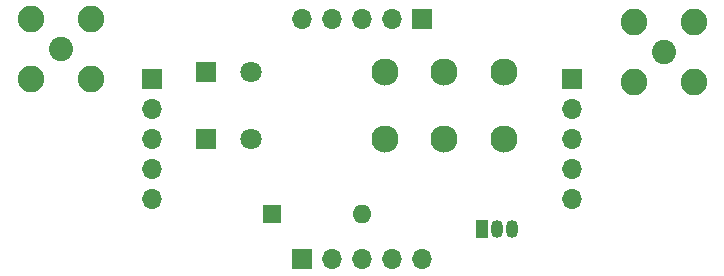
<source format=gbr>
%TF.GenerationSoftware,KiCad,Pcbnew,9.0.6*%
%TF.CreationDate,2026-01-07T20:23:40-06:00*%
%TF.ProjectId,K9HZ_100W_11band_LPF-TR-carrier_01_06_26,4b39485a-5f31-4303-9057-5f313162616e,rev?*%
%TF.SameCoordinates,Original*%
%TF.FileFunction,Soldermask,Bot*%
%TF.FilePolarity,Negative*%
%FSLAX46Y46*%
G04 Gerber Fmt 4.6, Leading zero omitted, Abs format (unit mm)*
G04 Created by KiCad (PCBNEW 9.0.6) date 2026-01-07 20:23:40*
%MOMM*%
%LPD*%
G01*
G04 APERTURE LIST*
%ADD10C,2.250000*%
%ADD11C,2.300000*%
%ADD12R,1.800000X1.800000*%
%ADD13C,1.800000*%
%ADD14R,1.700000X1.700000*%
%ADD15O,1.700000X1.700000*%
%ADD16R,1.600000X1.600000*%
%ADD17O,1.600000X1.600000*%
%ADD18R,1.050000X1.500000*%
%ADD19O,1.050000X1.500000*%
%ADD20C,2.050000*%
G04 APERTURE END LIST*
D10*
%TO.C,*%
X115062000Y-78994000D03*
%TD*%
%TO.C,*%
X115062000Y-84074000D03*
%TD*%
%TO.C,*%
X69088000Y-78740000D03*
%TD*%
%TO.C,*%
X120142000Y-84074000D03*
%TD*%
D11*
%TO.C,K2*%
X99020000Y-88900000D03*
X93980000Y-88900000D03*
X104060000Y-88900000D03*
D12*
X78860000Y-88900000D03*
D13*
X82640000Y-88900000D03*
%TD*%
D14*
%TO.C,J22.2*%
X74295000Y-83820000D03*
D15*
X74295000Y-86360000D03*
X74295000Y-88900000D03*
X74295000Y-91440000D03*
X74295000Y-93980000D03*
%TD*%
D11*
%TO.C,K1*%
X99020000Y-83185000D03*
X93980000Y-83185000D03*
X104060000Y-83185000D03*
D12*
X78860000Y-83185000D03*
D13*
X82640000Y-83185000D03*
%TD*%
D16*
%TO.C,D1*%
X84455000Y-95250000D03*
D17*
X92075000Y-95250000D03*
%TD*%
D18*
%TO.C,Q1*%
X102235000Y-96520000D03*
D19*
X103505000Y-96520000D03*
X104775000Y-96520000D03*
%TD*%
D14*
%TO.C,J23.2*%
X86995000Y-99060000D03*
D15*
X89535000Y-99060000D03*
X92075000Y-99060000D03*
X94615000Y-99060000D03*
X97155000Y-99060000D03*
%TD*%
D10*
%TO.C,*%
X120142000Y-78994000D03*
%TD*%
D14*
%TO.C,J23.1*%
X97155000Y-78740000D03*
D15*
X94615000Y-78740000D03*
X92075000Y-78740000D03*
X89535000Y-78740000D03*
X86995000Y-78740000D03*
%TD*%
D20*
%TO.C,*%
X117602000Y-81534000D03*
%TD*%
D14*
%TO.C,J22.1*%
X109855000Y-83820000D03*
D15*
X109855000Y-86360000D03*
X109855000Y-88900000D03*
X109855000Y-91440000D03*
X109855000Y-93980000D03*
%TD*%
D10*
%TO.C,*%
X69088000Y-83820000D03*
%TD*%
D20*
%TO.C,*%
X66548000Y-81280000D03*
%TD*%
D10*
%TO.C,*%
X64008000Y-78740000D03*
%TD*%
%TO.C,*%
X64008000Y-83820000D03*
%TD*%
M02*

</source>
